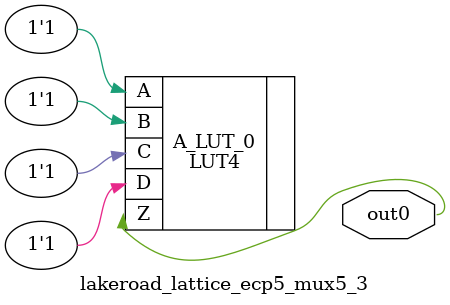
<source format=v>

/* Generated by Yosys 0.19 (git sha1 a45c131b37c, clang 13.1.6 -fPIC -Os) */

module lakeroad_lattice_ecp5_mux5_3(out0);
  wire _0_;
  wire _1_;
  wire _2_;
  wire _3_;
  wire _4_;
  wire _5_;
  wire _6_;
  output out0;
  wire out0;
  LUT4 #(
    .INIT(16'h8000)
  ) A_LUT_0 (
    .A(1'h1),
    .B(1'h1),
    .C(1'h1),
    .D(1'h1),
    .Z(out0)
  );
  LUT4 #(
    .INIT(16'h0000)
  ) B_LUT_1 (
    .A(1'h1),
    .B(1'h1),
    .C(1'h1),
    .D(1'h1),
    .Z(_6_)
  );
  LUT4 #(
    .INIT(16'h0000)
  ) C_LUT_2 (
    .A(1'h1),
    .B(1'h1),
    .C(1'h1),
    .D(1'h1),
    .Z(_5_)
  );
  LUT4 #(
    .INIT(16'h0000)
  ) D_LUT_3 (
    .A(1'h1),
    .B(1'h1),
    .C(1'h1),
    .D(1'h1),
    .Z(_4_)
  );
  LUT4 #(
    .INIT(16'h0000)
  ) E_LUT_4 (
    .A(1'h1),
    .B(1'h1),
    .C(1'h1),
    .D(1'h1),
    .Z(_3_)
  );
  LUT4 #(
    .INIT(16'h0000)
  ) F_LUT_5 (
    .A(1'h1),
    .B(1'h1),
    .C(1'h1),
    .D(1'h1),
    .Z(_2_)
  );
  LUT4 #(
    .INIT(16'h0000)
  ) G_LUT_6 (
    .A(1'h1),
    .B(1'h1),
    .C(1'h1),
    .D(1'h1),
    .Z(_1_)
  );
  LUT4 #(
    .INIT(16'h0000)
  ) H_LUT_7 (
    .A(1'h1),
    .B(1'h1),
    .C(1'h1),
    .D(1'h1),
    .Z(_0_)
  );
endmodule


</source>
